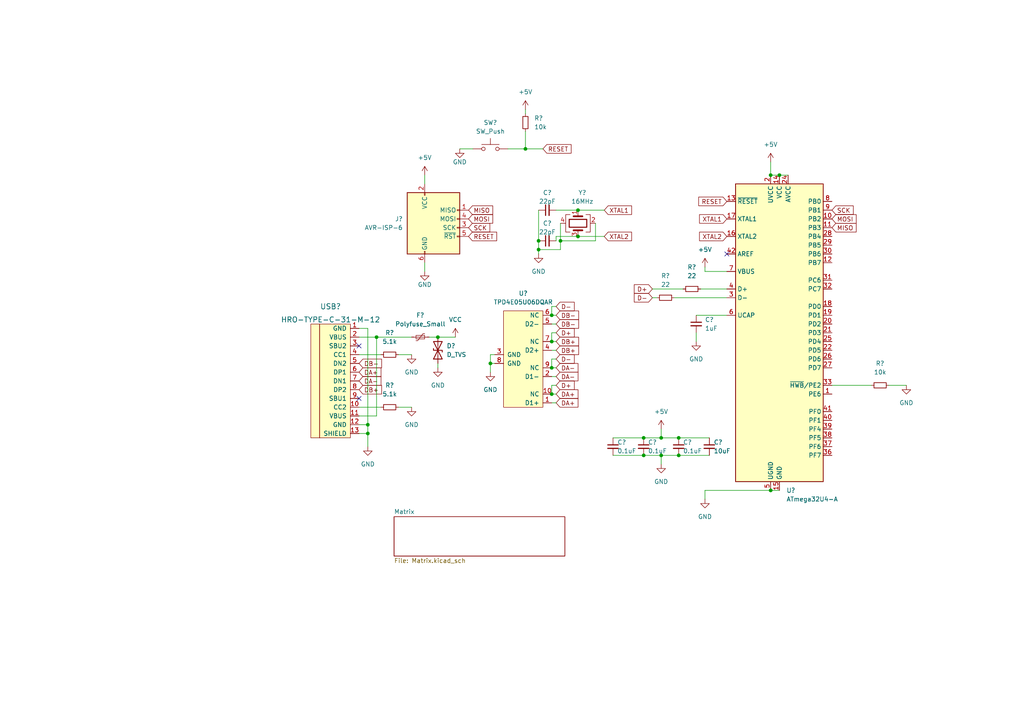
<source format=kicad_sch>
(kicad_sch (version 20211123) (generator eeschema)
  (paper "A4")
  (lib_symbols
    (symbol "Connector:AVR-ISP-6" (pin_names (offset 1.016))
      (property "Reference" "J" (at -6.35 11.43 0))
      (property "Value" "AVR-ISP-6" (at 0 11.43 0))
      (symbol "AVR-ISP-6_0_1"
        (rectangle (start -2.667 -6.858) (end -2.413 -7.62))
        (rectangle (start -2.667 10.16) (end -2.413 9.398))
        (rectangle (start 7.62 -2.413) (end 6.858 -2.667))
        (rectangle (start 7.62 0.127) (end 6.858 -0.127))
        (rectangle (start 7.62 2.667) (end 6.858 2.413))
        (rectangle (start 7.62 5.207) (end 6.858 4.953))
        (rectangle (start 7.62 10.16) (end -7.62 -7.62) (stroke (width 0.254)) (fill (type background)))
      )
      (symbol "AVR-ISP-6_1_1"
        (pin passive line (at 10.16 5.08 180) (length 2.54) (name "MISO") (number "1"))
        (pin passive line (at -2.54 12.7 270) (length 2.54) (name "VCC") (number "2"))
        (pin passive line (at 10.16 0 180) (length 2.54) (name "SCK") (number "3"))
        (pin passive line (at 10.16 2.54 180) (length 2.54) (name "MOSI") (number "4"))
        (pin passive line (at 10.16 -2.54 180) (length 2.54) (name "~{RST}") (number "5"))
        (pin passive line (at -2.54 -10.16 90) (length 2.54) (name "GND") (number "6"))
      )
    )
    (symbol "Device:C_Small" (pin_numbers hide) (pin_names (offset 0.254) hide)
      (property "Reference" "C" (at 0.254 1.778 0))
      (property "Value" "C_Small" (at 0.254 -2.032 0))
      (symbol "C_Small_0_1"
        (polyline (pts (xy -1.524 -0.508) (xy 1.524 -0.508)) (stroke (width 0.3302)))
        (polyline (pts (xy -1.524 0.508) (xy 1.524 0.508)) (stroke (width 0.3048)))
      )
      (symbol "C_Small_1_1"
        (pin passive line (at 0 2.54 270) (length 2.032) (name "~") (number "1"))
        (pin passive line (at 0 -2.54 90) (length 2.032) (name "~") (number "2"))
      )
    )
    (symbol "Device:Crystal_GND24" (pin_names (offset 1.016) hide)
      (property "Reference" "Y" (at 3.175 5.08 0))
      (property "Value" "Crystal_GND24" (at 3.175 3.175 0))
      (symbol "Crystal_GND24_0_1"
        (rectangle (start -1.143 2.54) (end 1.143 -2.54) (stroke (width 0.3048)))
        (polyline (pts (xy -2.54 0) (xy -2.032 0)))
        (polyline (pts (xy -2.032 -1.27) (xy -2.032 1.27)) (stroke (width 0.508)))
        (polyline (pts (xy 0 -3.81) (xy 0 -3.556)))
        (polyline (pts (xy 0 3.556) (xy 0 3.81)))
        (polyline (pts (xy 2.032 -1.27) (xy 2.032 1.27)) (stroke (width 0.508)))
        (polyline (pts (xy 2.032 0) (xy 2.54 0)))
        (polyline (pts (xy -2.54 -2.286) (xy -2.54 -3.556) (xy 2.54 -3.556) (xy 2.54 -2.286)))
        (polyline (pts (xy -2.54 2.286) (xy -2.54 3.556) (xy 2.54 3.556) (xy 2.54 2.286)))
      )
      (symbol "Crystal_GND24_1_1"
        (pin passive line (at -3.81 0 0) (length 1.27) (name "1") (number "1"))
        (pin passive line (at 0 5.08 270) (length 1.27) (name "2") (number "2"))
        (pin passive line (at 3.81 0 180) (length 1.27) (name "3") (number "3"))
        (pin passive line (at 0 -5.08 90) (length 1.27) (name "4") (number "4"))
      )
    )
    (symbol "Device:D_TVS" (pin_numbers hide) (pin_names (offset 1.016) hide)
      (property "Reference" "D" (at 0 2.54 0))
      (property "Value" "D_TVS" (at 0 -2.54 0))
      (symbol "D_TVS_0_1"
        (polyline (pts (xy 1.27 0) (xy -1.27 0)))
        (polyline (pts (xy 0.508 1.27) (xy 0 1.27) (xy 0 -1.27) (xy -0.508 -1.27)) (stroke (width 0.254)))
        (polyline (pts (xy -2.54 1.27) (xy -2.54 -1.27) (xy 2.54 1.27) (xy 2.54 -1.27) (xy -2.54 1.27)) (stroke (width 0.254)))
      )
      (symbol "D_TVS_1_1"
        (pin passive line (at -3.81 0 0) (length 2.54) (name "A1") (number "1"))
        (pin passive line (at 3.81 0 180) (length 2.54) (name "A2") (number "2"))
      )
    )
    (symbol "Device:Polyfuse_Small" (pin_numbers hide) (pin_names (offset 0))
      (property "Reference" "F" (at -1.905 0 90))
      (property "Value" "Polyfuse_Small" (at 1.905 0 90))
      (symbol "Polyfuse_Small_0_1"
        (rectangle (start -0.508 1.27) (end 0.508 -1.27))
        (polyline (pts (xy 0 2.54) (xy 0 -2.54)))
        (polyline (pts (xy -1.016 1.27) (xy -1.016 0.762) (xy 1.016 -0.762) (xy 1.016 -1.27)))
      )
      (symbol "Polyfuse_Small_1_1"
        (pin passive line (at 0 2.54 270) (length 0.635) (name "~") (number "1"))
        (pin passive line (at 0 -2.54 90) (length 0.635) (name "~") (number "2"))
      )
    )
    (symbol "Device:R_Small" (pin_numbers hide) (pin_names (offset 0.254) hide)
      (property "Reference" "R" (at 0.762 0.508 0))
      (property "Value" "R_Small" (at 0.762 -1.016 0))
      (symbol "R_Small_0_1"
        (rectangle (start -0.762 1.778) (end 0.762 -1.778) (stroke (width 0.2032)))
      )
      (symbol "R_Small_1_1"
        (pin passive line (at 0 2.54 270) (length 0.762) (name "~") (number "1"))
        (pin passive line (at 0 -2.54 90) (length 0.762) (name "~") (number "2"))
      )
    )
    (symbol "MCU_Microchip_ATmega:ATmega32U4-A"
      (property "Reference" "U" (at -12.7 44.45 0))
      (property "Value" "ATmega32U4-A" (at 2.54 -44.45 0))
      (symbol "ATmega32U4-A_0_1"
        (rectangle (start -12.7 -43.18) (end 12.7 43.18) (stroke (width 0.254)) (fill (type background)))
      )
      (symbol "ATmega32U4-A_1_1"
        (pin bidirectional line (at 15.24 -17.78 180) (length 2.54) (name "PE6") (number "1"))
        (pin bidirectional line (at 15.24 33.02 180) (length 2.54) (name "PB2") (number "10"))
        (pin bidirectional line (at 15.24 30.48 180) (length 2.54) (name "PB3") (number "11"))
        (pin bidirectional line (at 15.24 20.32 180) (length 2.54) (name "PB7") (number "12"))
        (pin input line (at -15.24 38.1 0) (length 2.54) (name "~{RESET}") (number "13"))
        (pin power_in line (at 0 45.72 270) (length 2.54) (name "VCC") (number "14"))
        (pin power_in line (at 0 -45.72 90) (length 2.54) (name "GND") (number "15"))
        (pin output line (at -15.24 27.94 0) (length 2.54) (name "XTAL2") (number "16"))
        (pin input line (at -15.24 33.02 0) (length 2.54) (name "XTAL1") (number "17"))
        (pin bidirectional line (at 15.24 7.62 180) (length 2.54) (name "PD0") (number "18"))
        (pin bidirectional line (at 15.24 5.08 180) (length 2.54) (name "PD1") (number "19"))
        (pin power_in line (at -2.54 45.72 270) (length 2.54) (name "UVCC") (number "2"))
        (pin bidirectional line (at 15.24 2.54 180) (length 2.54) (name "PD2") (number "20"))
        (pin bidirectional line (at 15.24 0 180) (length 2.54) (name "PD3") (number "21"))
        (pin bidirectional line (at 15.24 -5.08 180) (length 2.54) (name "PD5") (number "22"))
        (pin passive line (at 0 -45.72 90) (length 2.54) hide (name "GND") (number "23"))
        (pin power_in line (at 2.54 45.72 270) (length 2.54) (name "AVCC") (number "24"))
        (pin bidirectional line (at 15.24 -2.54 180) (length 2.54) (name "PD4") (number "25"))
        (pin bidirectional line (at 15.24 -7.62 180) (length 2.54) (name "PD6") (number "26"))
        (pin bidirectional line (at 15.24 -10.16 180) (length 2.54) (name "PD7") (number "27"))
        (pin bidirectional line (at 15.24 27.94 180) (length 2.54) (name "PB4") (number "28"))
        (pin bidirectional line (at 15.24 25.4 180) (length 2.54) (name "PB5") (number "29"))
        (pin bidirectional line (at -15.24 10.16 0) (length 2.54) (name "D-") (number "3"))
        (pin bidirectional line (at 15.24 22.86 180) (length 2.54) (name "PB6") (number "30"))
        (pin bidirectional line (at 15.24 15.24 180) (length 2.54) (name "PC6") (number "31"))
        (pin bidirectional line (at 15.24 12.7 180) (length 2.54) (name "PC7") (number "32"))
        (pin bidirectional line (at 15.24 -15.24 180) (length 2.54) (name "~{HWB}/PE2") (number "33"))
        (pin passive line (at 0 45.72 270) (length 2.54) hide (name "VCC") (number "34"))
        (pin passive line (at 0 -45.72 90) (length 2.54) hide (name "GND") (number "35"))
        (pin bidirectional line (at 15.24 -35.56 180) (length 2.54) (name "PF7") (number "36"))
        (pin bidirectional line (at 15.24 -33.02 180) (length 2.54) (name "PF6") (number "37"))
        (pin bidirectional line (at 15.24 -30.48 180) (length 2.54) (name "PF5") (number "38"))
        (pin bidirectional line (at 15.24 -27.94 180) (length 2.54) (name "PF4") (number "39"))
        (pin bidirectional line (at -15.24 12.7 0) (length 2.54) (name "D+") (number "4"))
        (pin bidirectional line (at 15.24 -25.4 180) (length 2.54) (name "PF1") (number "40"))
        (pin bidirectional line (at 15.24 -22.86 180) (length 2.54) (name "PF0") (number "41"))
        (pin passive line (at -15.24 22.86 0) (length 2.54) (name "AREF") (number "42"))
        (pin passive line (at 0 -45.72 90) (length 2.54) hide (name "GND") (number "43"))
        (pin passive line (at 2.54 45.72 270) (length 2.54) hide (name "AVCC") (number "44"))
        (pin passive line (at -2.54 -45.72 90) (length 2.54) (name "UGND") (number "5"))
        (pin passive line (at -15.24 5.08 0) (length 2.54) (name "UCAP") (number "6"))
        (pin input line (at -15.24 17.78 0) (length 2.54) (name "VBUS") (number "7"))
        (pin bidirectional line (at 15.24 38.1 180) (length 2.54) (name "PB0") (number "8"))
        (pin bidirectional line (at 15.24 35.56 180) (length 2.54) (name "PB1") (number "9"))
      )
    )
    (symbol "Switch:SW_Push" (pin_numbers hide) (pin_names (offset 1.016) hide)
      (property "Reference" "SW" (at 1.27 2.54 0))
      (property "Value" "SW_Push" (at 0 -1.524 0))
      (symbol "SW_Push_0_1"
        (circle (center -2.032 0) (radius 0.508))
        (polyline (pts (xy 0 1.27) (xy 0 3.048)))
        (polyline (pts (xy 2.54 1.27) (xy -2.54 1.27)))
        (circle (center 2.032 0) (radius 0.508))
        (pin passive line (at -5.08 0 0) (length 2.54) (name "1") (number "1"))
        (pin passive line (at 5.08 0 180) (length 2.54) (name "2") (number "2"))
      )
    )
    (symbol "Type-C:HRO-TYPE-C-31-M-12" (pin_names (offset 1.016))
      (property "Reference" "USB" (at -5.08 16.51 0))
      (property "Value" "HRO-TYPE-C-31-M-12" (at -10.16 -1.27 90))
      (symbol "HRO-TYPE-C-31-M-12_0_1"
        (rectangle (start -11.43 15.24) (end -8.89 -17.78) (fill (type background)))
        (rectangle (start 0 -17.78) (end -8.89 15.24) (fill (type background)))
      )
      (symbol "HRO-TYPE-C-31-M-12_1_1"
        (pin input line (at 2.54 13.97 180) (length 2.54) (name "GND") (number "1"))
        (pin input line (at 2.54 -8.89 180) (length 2.54) (name "CC2") (number "10"))
        (pin input line (at 2.54 -11.43 180) (length 2.54) (name "VBUS") (number "11"))
        (pin input line (at 2.54 -13.97 180) (length 2.54) (name "GND") (number "12"))
        (pin input line (at 2.54 -16.51 180) (length 2.54) (name "SHIELD") (number "13"))
        (pin input line (at 2.54 11.43 180) (length 2.54) (name "VBUS") (number "2"))
        (pin input line (at 2.54 8.89 180) (length 2.54) (name "SBU2") (number "3"))
        (pin input line (at 2.54 6.35 180) (length 2.54) (name "CC1") (number "4"))
        (pin input line (at 2.54 3.81 180) (length 2.54) (name "DN2") (number "5"))
        (pin input line (at 2.54 1.27 180) (length 2.54) (name "DP1") (number "6"))
        (pin input line (at 2.54 -1.27 180) (length 2.54) (name "DN1") (number "7"))
        (pin input line (at 2.54 -3.81 180) (length 2.54) (name "DP2") (number "8"))
        (pin input line (at 2.54 -6.35 180) (length 2.54) (name "SBU1") (number "9"))
      )
    )
    (symbol "power:+5V" (power) (pin_names (offset 0))
      (property "Value" "+5V" (at 0 3.556 0))
      (symbol "+5V_0_1"
        (polyline (pts (xy -0.762 1.27) (xy 0 2.54)))
        (polyline (pts (xy 0 0) (xy 0 2.54)))
        (polyline (pts (xy 0 2.54) (xy 0.762 1.27)))
      )
      (symbol "+5V_1_1"
        (pin power_in line (at 0 0 90) (length 0) hide (name "+5V") (number "1"))
      )
    )
    (symbol "power:GND" (power) (pin_names (offset 0))
      (property "Value" "GND" (at 0 -3.81 0))
      (symbol "GND_0_1"
        (polyline (pts (xy 0 0) (xy 0 -1.27) (xy 1.27 -1.27) (xy 0 -2.54) (xy -1.27 -1.27) (xy 0 -1.27)))
      )
      (symbol "GND_1_1"
        (pin power_in line (at 0 0 270) (length 0) hide (name "GND") (number "1"))
      )
    )
    (symbol "power:VCC" (power) (pin_names (offset 0))
      (property "Value" "VCC" (at 0 3.81 0))
      (symbol "VCC_0_1"
        (polyline (pts (xy -0.762 1.27) (xy 0 2.54)))
        (polyline (pts (xy 0 0) (xy 0 2.54)))
        (polyline (pts (xy 0 2.54) (xy 0.762 1.27)))
      )
      (symbol "VCC_1_1"
        (pin power_in line (at 0 0 90) (length 0) hide (name "VCC") (number "1"))
      )
    )
    (symbol "random-keyboard-parts:TPD4E05U06DQAR" (pin_names (offset 1.016))
      (property "Reference" "U" (at 0 -16.51 0))
      (property "Value" "TPD4E05U06DQAR" (at 0 16.51 0))
      (symbol "TPD4E05U06DQAR_0_1"
        (rectangle (start -6.35 13.97) (end 5.08 -13.97) (fill (type background)))
      )
      (symbol "TPD4E05U06DQAR_1_1"
        (pin passive line (at -8.89 12.7 0) (length 2.54) (name "D1+") (number "1"))
        (pin passive line (at -8.89 10.16 0) (length 2.54) (name "NC") (number "10"))
        (pin passive line (at -8.89 5.08 0) (length 2.54) (name "D1-") (number "2"))
        (pin passive line (at 7.62 -1.27 180) (length 2.54) (name "GND") (number "3"))
        (pin passive line (at -8.89 -2.54 0) (length 2.54) (name "D2+") (number "4"))
        (pin passive line (at -8.89 -10.16 0) (length 2.54) (name "D2-") (number "5"))
        (pin passive line (at -8.89 -12.7 0) (length 2.54) (name "NC") (number "6"))
        (pin passive line (at -8.89 -5.08 0) (length 2.54) (name "NC") (number "7"))
        (pin passive line (at 7.62 1.27 180) (length 2.54) (name "GND") (number "8"))
        (pin passive line (at -8.89 2.54 0) (length 2.54) (name "NC") (number "9"))
      )
    )
  )
  (junction (at 226.06 50.8))
  (junction (at 109.22 97.79))
  (junction (at 156.21 69.85))
  (junction (at 186.69 132.08))
  (junction (at 127 97.79))
  (junction (at 152.4 43.18))
  (junction (at 186.69 127))
  (junction (at 160.02 99.06))
  (junction (at 223.52 50.8))
  (junction (at 160.02 106.68))
  (junction (at 191.77 132.08))
  (junction (at 162.56 69.85))
  (junction (at 142.24 105.41))
  (junction (at 223.52 142.24))
  (junction (at 196.85 132.08))
  (junction (at 160.02 91.44))
  (junction (at 160.02 114.3))
  (junction (at 106.68 125.73))
  (junction (at 191.77 127))
  (junction (at 156.21 72.39))
  (junction (at 167.64 68.58))
  (junction (at 106.68 123.19))
  (junction (at 167.64 60.96))
  (junction (at 196.85 127))
  (no_connect (at 104.14 115.57))
  (no_connect (at 104.14 100.33))
  (no_connect (at 210.82 73.66))
  (wire (pts (xy 123.19 76.2) (xy 123.19 78.74)))
  (wire (pts (xy 161.29 96.52) (xy 160.02 96.52)))
  (wire (pts (xy 167.64 60.96) (xy 175.26 60.96)))
  (wire (pts (xy 124.46 97.79) (xy 127 97.79)))
  (wire (pts (xy 156.21 73.66) (xy 156.21 72.39)))
  (wire (pts (xy 160.02 104.14) (xy 160.02 106.68)))
  (wire (pts (xy 186.69 132.08) (xy 191.77 132.08)))
  (wire (pts (xy 127 105.41) (xy 127 106.68)))
  (wire (pts (xy 226.06 50.8) (xy 228.6 50.8)))
  (wire (pts (xy 204.47 78.74) (xy 210.82 78.74)))
  (wire (pts (xy 106.68 123.19) (xy 106.68 125.73)))
  (wire (pts (xy 223.52 50.8) (xy 226.06 50.8)))
  (wire (pts (xy 152.4 31.75) (xy 152.4 33.02)))
  (wire (pts (xy 115.57 102.87) (xy 119.38 102.87)))
  (wire (pts (xy 257.81 111.76) (xy 262.89 111.76)))
  (wire (pts (xy 241.3 111.76) (xy 252.73 111.76)))
  (wire (pts (xy 191.77 127) (xy 196.85 127)))
  (wire (pts (xy 172.72 64.77) (xy 172.72 69.85)))
  (wire (pts (xy 204.47 77.47) (xy 204.47 78.74)))
  (wire (pts (xy 191.77 124.46) (xy 191.77 127)))
  (wire (pts (xy 167.64 68.58) (xy 175.26 68.58)))
  (wire (pts (xy 203.2 83.82) (xy 210.82 83.82)))
  (wire (pts (xy 161.29 101.6) (xy 160.02 101.6)))
  (wire (pts (xy 147.32 43.18) (xy 152.4 43.18)))
  (wire (pts (xy 123.19 50.8) (xy 123.19 53.34)))
  (wire (pts (xy 162.56 64.77) (xy 162.56 69.85)))
  (wire (pts (xy 104.14 120.65) (xy 109.22 120.65)))
  (wire (pts (xy 104.14 123.19) (xy 106.68 123.19)))
  (wire (pts (xy 109.22 120.65) (xy 109.22 97.79)))
  (wire (pts (xy 156.21 69.85) (xy 156.21 72.39)))
  (wire (pts (xy 156.21 72.39) (xy 162.56 72.39)))
  (wire (pts (xy 162.56 69.85) (xy 172.72 69.85)))
  (wire (pts (xy 152.4 38.1) (xy 152.4 43.18)))
  (wire (pts (xy 177.8 127) (xy 186.69 127)))
  (wire (pts (xy 223.52 46.99) (xy 223.52 50.8)))
  (wire (pts (xy 191.77 132.08) (xy 191.77 134.62)))
  (wire (pts (xy 161.29 68.58) (xy 161.29 69.85)))
  (wire (pts (xy 191.77 132.08) (xy 196.85 132.08)))
  (wire (pts (xy 104.14 102.87) (xy 110.49 102.87)))
  (wire (pts (xy 161.29 60.96) (xy 167.64 60.96)))
  (wire (pts (xy 152.4 43.18) (xy 157.48 43.18)))
  (wire (pts (xy 104.14 95.25) (xy 106.68 95.25)))
  (wire (pts (xy 223.52 142.24) (xy 204.47 142.24)))
  (wire (pts (xy 189.23 86.36) (xy 190.5 86.36)))
  (wire (pts (xy 142.24 105.41) (xy 142.24 107.95)))
  (wire (pts (xy 115.57 118.11) (xy 119.38 118.11)))
  (wire (pts (xy 160.02 111.76) (xy 160.02 114.3)))
  (wire (pts (xy 133.35 43.18) (xy 137.16 43.18)))
  (wire (pts (xy 109.22 97.79) (xy 119.38 97.79)))
  (wire (pts (xy 127 97.79) (xy 132.08 97.79)))
  (wire (pts (xy 161.29 91.44) (xy 160.02 91.44)))
  (wire (pts (xy 161.29 109.22) (xy 160.02 109.22)))
  (wire (pts (xy 223.52 142.24) (xy 226.06 142.24)))
  (wire (pts (xy 106.68 95.25) (xy 106.68 123.19)))
  (wire (pts (xy 106.68 125.73) (xy 106.68 129.54)))
  (wire (pts (xy 161.29 116.84) (xy 160.02 116.84)))
  (wire (pts (xy 160.02 88.9) (xy 160.02 91.44)))
  (wire (pts (xy 161.29 68.58) (xy 167.64 68.58)))
  (wire (pts (xy 195.58 86.36) (xy 210.82 86.36)))
  (wire (pts (xy 162.56 72.39) (xy 162.56 69.85)))
  (wire (pts (xy 189.23 83.82) (xy 198.12 83.82)))
  (wire (pts (xy 142.24 102.87) (xy 142.24 105.41)))
  (wire (pts (xy 196.85 132.08) (xy 205.74 132.08)))
  (wire (pts (xy 161.29 88.9) (xy 160.02 88.9)))
  (wire (pts (xy 204.47 142.24) (xy 204.47 144.78)))
  (wire (pts (xy 156.21 60.96) (xy 156.21 69.85)))
  (wire (pts (xy 196.85 127) (xy 205.74 127)))
  (wire (pts (xy 161.29 114.3) (xy 160.02 114.3)))
  (wire (pts (xy 143.51 105.41) (xy 142.24 105.41)))
  (wire (pts (xy 177.8 132.08) (xy 186.69 132.08)))
  (wire (pts (xy 201.93 91.44) (xy 210.82 91.44)))
  (wire (pts (xy 104.14 118.11) (xy 110.49 118.11)))
  (wire (pts (xy 161.29 93.98) (xy 160.02 93.98)))
  (wire (pts (xy 201.93 96.52) (xy 201.93 99.06)))
  (wire (pts (xy 161.29 111.76) (xy 160.02 111.76)))
  (wire (pts (xy 104.14 97.79) (xy 109.22 97.79)))
  (wire (pts (xy 161.29 104.14) (xy 160.02 104.14)))
  (wire (pts (xy 161.29 106.68) (xy 160.02 106.68)))
  (wire (pts (xy 161.29 99.06) (xy 160.02 99.06)))
  (wire (pts (xy 186.69 127) (xy 191.77 127)))
  (wire (pts (xy 143.51 102.87) (xy 142.24 102.87)))
  (wire (pts (xy 160.02 96.52) (xy 160.02 99.06)))
  (wire (pts (xy 104.14 125.73) (xy 106.68 125.73)))
  (global_label "DB+" (shape input) (at 104.14 113.03 0) (property "Intersheet References" "${INTERSHEET_REFS}" (effects hide)))
  (global_label "RESET" (shape input) (at 157.48 43.18 0) (property "Intersheet References" "${INTERSHEET_REFS}" (effects hide)))
  (global_label "XTAL1" (shape input) (at 175.26 60.96 0) (property "Intersheet References" "${INTERSHEET_REFS}" (effects hide)))
  (global_label "DA+" (shape input) (at 161.29 114.3 0) (property "Intersheet References" "${INTERSHEET_REFS}" (effects hide)))
  (global_label "D-" (shape input) (at 189.23 86.36 180) (property "Intersheet References" "${INTERSHEET_REFS}" (effects hide)))
  (global_label "SCK" (shape input) (at 241.3 60.96 0) (property "Intersheet References" "${INTERSHEET_REFS}" (effects hide)))
  (global_label "RESET" (shape input) (at 135.89 68.58 0) (property "Intersheet References" "${INTERSHEET_REFS}" (effects hide)))
  (global_label "XTAL2" (shape input) (at 210.82 68.58 180) (property "Intersheet References" "${INTERSHEET_REFS}" (effects hide)))
  (global_label "MISO" (shape input) (at 241.3 66.04 0) (property "Intersheet References" "${INTERSHEET_REFS}" (effects hide)))
  (global_label "DA-" (shape input) (at 104.14 110.49 0) (property "Intersheet References" "${INTERSHEET_REFS}" (effects hide)))
  (global_label "DA+" (shape input) (at 104.14 107.95 0) (property "Intersheet References" "${INTERSHEET_REFS}" (effects hide)))
  (global_label "D-" (shape input) (at 161.29 88.9 0) (property "Intersheet References" "${INTERSHEET_REFS}" (effects hide)))
  (global_label "SCK" (shape input) (at 135.89 66.04 0) (property "Intersheet References" "${INTERSHEET_REFS}" (effects hide)))
  (global_label "DB+" (shape input) (at 161.29 99.06 0) (property "Intersheet References" "${INTERSHEET_REFS}" (effects hide)))
  (global_label "DA+" (shape input) (at 161.29 116.84 0) (property "Intersheet References" "${INTERSHEET_REFS}" (effects hide)))
  (global_label "XTAL2" (shape input) (at 175.26 68.58 0) (property "Intersheet References" "${INTERSHEET_REFS}" (effects hide)))
  (global_label "D+" (shape input) (at 189.23 83.82 180) (property "Intersheet References" "${INTERSHEET_REFS}" (effects hide)))
  (global_label "DB+" (shape input) (at 161.29 101.6 0) (property "Intersheet References" "${INTERSHEET_REFS}" (effects hide)))
  (global_label "D+" (shape input) (at 161.29 111.76 0) (property "Intersheet References" "${INTERSHEET_REFS}" (effects hide)))
  (global_label "DB-" (shape input) (at 104.14 105.41 0) (property "Intersheet References" "${INTERSHEET_REFS}" (effects hide)))
  (global_label "DB-" (shape input) (at 161.29 93.98 0) (property "Intersheet References" "${INTERSHEET_REFS}" (effects hide)))
  (global_label "DA-" (shape input) (at 161.29 106.68 0) (property "Intersheet References" "${INTERSHEET_REFS}" (effects hide)))
  (global_label "D+" (shape input) (at 161.29 96.52 0) (property "Intersheet References" "${INTERSHEET_REFS}" (effects hide)))
  (global_label "XTAL1" (shape input) (at 210.82 63.5 180) (property "Intersheet References" "${INTERSHEET_REFS}" (effects hide)))
  (global_label "RESET" (shape input) (at 210.82 58.42 180) (property "Intersheet References" "${INTERSHEET_REFS}" (effects hide)))
  (global_label "D-" (shape input) (at 161.29 104.14 0) (property "Intersheet References" "${INTERSHEET_REFS}" (effects hide)))
  (global_label "MOSI" (shape input) (at 135.89 63.5 0) (property "Intersheet References" "${INTERSHEET_REFS}" (effects hide)))
  (global_label "MOSI" (shape input) (at 241.3 63.5 0) (property "Intersheet References" "${INTERSHEET_REFS}" (effects hide)))
  (global_label "MISO" (shape input) (at 135.89 60.96 0) (property "Intersheet References" "${INTERSHEET_REFS}" (effects hide)))
  (global_label "DB-" (shape input) (at 161.29 91.44 0) (property "Intersheet References" "${INTERSHEET_REFS}" (effects hide)))
  (global_label "DA-" (shape input) (at 161.29 109.22 0) (property "Intersheet References" "${INTERSHEET_REFS}" (effects hide)))
  (symbol (lib_id "power:GND") (at 127 106.68 0) (unit 1)
    (property "Reference" "#PWR?" (effects hide))
    (property "Value" "GND" (at 127 111.76 0))
  )
  (symbol (lib_id "power:+5V") (at 123.19 50.8 0) (unit 1)
    (property "Reference" "#PWR?" (effects hide))
    (property "Value" "+5V" (at 123.19 45.72 0))
  )
  (symbol (lib_id "Device:R_Small") (at 255.27 111.76 90) (unit 1)
    (property "Reference" "R?" (at 255.27 105.41 90))
    (property "Value" "10k" (at 255.27 107.95 90))
  )
  (symbol (lib_id "power:+5V") (at 223.52 46.99 0) (unit 1)
    (property "Reference" "#PWR?" (effects hide))
    (property "Value" "+5V" (at 223.52 41.91 0))
  )
  (symbol (lib_id "power:GND") (at 106.68 129.54 0) (unit 1)
    (property "Reference" "#PWR?" (effects hide))
    (property "Value" "GND" (at 106.68 134.62 0))
  )
  (symbol (lib_id "Device:C_Small") (at 196.85 129.54 0) (unit 1)
    (property "Reference" "C?" (at 198.12 128.27 0) (effects (justify left)))
    (property "Value" "0.1uF" (at 198.12 130.81 0) (effects (justify left)))
  )
  (symbol (lib_id "power:GND") (at 119.38 102.87 0) (unit 1)
    (property "Reference" "#PWR?" (effects hide))
    (property "Value" "GND" (at 119.38 107.95 0))
  )
  (symbol (lib_id "Device:C_Small") (at 201.93 93.98 0) (unit 1)
    (property "Reference" "C?" (at 204.47 92.7162 0) (effects (justify left)))
    (property "Value" "1uF" (at 204.47 95.2562 0) (effects (justify left)))
  )
  (symbol (lib_id "Switch:SW_Push") (at 142.24 43.18 0) (unit 1)
    (property "Reference" "SW?" (at 142.24 35.56 0))
    (property "Value" "SW_Push" (at 142.24 38.1 0))
  )
  (symbol (lib_id "Type-C:HRO-TYPE-C-31-M-12") (at 101.6 109.22 0) (unit 1)
    (property "Reference" "USB?" (at 95.885 88.9 0) (effects (font (size 1.524 1.524))))
    (property "Value" "HRO-TYPE-C-31-M-12" (at 95.885 92.71 0) (effects (font (size 1.524 1.524))))
  )
  (symbol (lib_id "power:GND") (at 156.21 73.66 0) (unit 1)
    (property "Reference" "#PWR?" (effects hide))
    (property "Value" "GND" (at 156.21 78.74 0))
  )
  (symbol (lib_id "Device:C_Small") (at 158.75 60.96 90) (unit 1)
    (property "Reference" "C?" (at 158.75 55.88 90))
    (property "Value" "22pF" (at 158.75 58.42 90))
  )
  (symbol (lib_id "power:+5V") (at 191.77 124.46 0) (unit 1)
    (property "Reference" "#PWR?" (effects hide))
    (property "Value" "+5V" (at 191.77 119.38 0))
  )
  (symbol (lib_id "Device:R_Small") (at 193.04 86.36 90) (unit 1)
    (property "Reference" "R?" (at 193.04 80.01 90))
    (property "Value" "22" (at 193.04 82.55 90))
  )
  (symbol (lib_id "power:GND") (at 119.38 118.11 0) (unit 1)
    (property "Reference" "#PWR?" (effects hide))
    (property "Value" "GND" (at 119.38 123.19 0))
  )
  (symbol (lib_id "Device:R_Small") (at 152.4 35.56 0) (unit 1)
    (property "Reference" "R?" (at 154.94 34.2899 0) (effects (justify left)))
    (property "Value" "10k" (at 154.94 36.8299 0) (effects (justify left)))
  )
  (symbol (lib_id "power:+5V") (at 204.47 77.47 0) (unit 1)
    (property "Reference" "#PWR?" (effects hide))
    (property "Value" "+5V" (at 204.47 72.39 0))
  )
  (symbol (lib_id "power:GND") (at 262.89 111.76 0) (unit 1)
    (property "Reference" "#PWR?" (effects hide))
    (property "Value" "GND" (at 262.89 116.84 0))
  )
  (symbol (lib_id "Device:Polyfuse_Small") (at 121.92 97.79 90) (unit 1)
    (property "Reference" "F?" (at 121.92 91.44 90))
    (property "Value" "Polyfuse_Small" (at 121.92 93.98 90))
  )
  (symbol (lib_id "Device:C_Small") (at 158.75 69.85 90) (unit 1)
    (property "Reference" "C?" (at 158.75 64.77 90))
    (property "Value" "22pF" (at 158.75 67.31 90))
  )
  (symbol (lib_id "Device:R_Small") (at 200.66 83.82 90) (unit 1)
    (property "Reference" "R?" (at 200.66 77.47 90))
    (property "Value" "22" (at 200.66 80.01 90))
  )
  (symbol (lib_id "Device:C_Small") (at 205.74 129.54 0) (unit 1)
    (property "Reference" "C?" (at 207.01 128.27 0) (effects (justify left)))
    (property "Value" "10uF" (at 207.01 130.81 0) (effects (justify left)))
  )
  (symbol (lib_id "power:VCC") (at 132.08 97.79 0) (unit 1)
    (property "Reference" "#PWR?" (effects hide))
    (property "Value" "VCC" (at 132.08 92.71 0))
  )
  (symbol (lib_id "MCU_Microchip_ATmega:ATmega32U4-A") (at 226.06 96.52 0) (unit 1)
    (property "Reference" "U?" (at 228.0794 142.24 0) (effects (justify left)))
    (property "Value" "ATmega32U4-A" (at 228.0794 144.78 0) (effects (justify left)))
    (property "Footprint" "Package_QFP:TQFP-44_10x10mm_P0.8mm" (effects hide))
    (property "Datasheet" "http://ww1.microchip.com/downloads/en/DeviceDoc/Atmel-7766-8-bit-AVR-ATmega16U4-32U4_Datasheet.pdf" (effects hide))
  )
  (symbol (lib_id "power:GND") (at 191.77 134.62 0) (unit 1)
    (property "Reference" "#PWR?" (effects hide))
    (property "Value" "GND" (at 191.77 139.7 0))
  )
  (symbol (lib_id "Connector:AVR-ISP-6") (at 125.73 66.04 0) (unit 1)
    (property "Reference" "J?" (at 116.84 63.4999 0) (effects (justify right)))
    (property "Value" "AVR-ISP-6" (at 116.84 66.0399 0) (effects (justify right)))
    (property "Datasheet" " ~" (effects hide))
  )
  (symbol (lib_id "power:GND") (at 133.35 43.18 0) (unit 1)
    (property "Reference" "#PWR?" (effects hide))
    (property "Value" "GND" (at 133.35 46.99 0))
  )
  (symbol (lib_id "power:GND") (at 142.24 107.95 0) (unit 1)
    (property "Reference" "#PWR?" (effects hide))
    (property "Value" "GND" (at 142.24 113.03 0))
  )
  (symbol (lib_id "Device:R_Small") (at 113.03 102.87 90) (unit 1)
    (property "Reference" "R?" (at 113.03 96.52 90))
    (property "Value" "5.1k" (at 113.03 99.06 90))
  )
  (symbol (lib_id "Device:C_Small") (at 186.69 129.54 0) (unit 1)
    (property "Reference" "C?" (at 187.96 128.27 0) (effects (justify left)))
    (property "Value" "0.1uF" (at 187.96 130.81 0) (effects (justify left)))
  )
  (symbol (lib_id "random-keyboard-parts:TPD4E05U06DQAR") (at 151.13 104.14 180) (unit 1)
    (property "Reference" "U?" (at 151.765 85.09 0))
    (property "Value" "TPD4E05U06DQAR" (at 151.765 87.63 0))
  )
  (symbol (lib_id "Device:D_TVS") (at 127 101.6 90) (unit 1)
    (property "Reference" "D?" (at 129.54 100.3299 90) (effects (justify right)))
    (property "Value" "D_TVS" (at 129.54 102.8699 90) (effects (justify right)))
  )
  (symbol (lib_id "power:+5V") (at 152.4 31.75 0) (unit 1)
    (property "Reference" "#PWR?" (effects hide))
    (property "Value" "+5V" (at 152.4 26.67 0))
  )
  (symbol (lib_id "Device:Crystal_GND24") (at 167.64 64.77 270) (unit 1)
    (property "Reference" "Y?" (at 168.91 55.88 90))
    (property "Value" "16MHz" (at 168.91 58.42 90))
  )
  (symbol (lib_id "Device:R_Small") (at 113.03 118.11 90) (unit 1)
    (property "Reference" "R?" (at 113.03 111.76 90))
    (property "Value" "5.1k" (at 113.03 114.3 90))
  )
  (symbol (lib_id "Device:C_Small") (at 177.8 129.54 0) (unit 1)
    (property "Reference" "C?" (at 179.07 128.27 0) (effects (justify left)))
    (property "Value" "0.1uF" (at 179.07 130.81 0) (effects (justify left)))
  )
  (symbol (lib_id "power:GND") (at 204.47 144.78 0) (unit 1)
    (property "Reference" "#PWR?" (effects hide))
    (property "Value" "GND" (at 204.47 149.86 0))
  )
  (symbol (lib_id "power:GND") (at 123.19 78.74 0) (unit 1)
    (property "Reference" "#PWR?" (effects hide))
    (property "Value" "GND" (at 123.19 82.55 0))
  )
  (symbol (lib_id "power:GND") (at 201.93 99.06 0) (unit 1)
    (property "Reference" "#PWR?" (effects hide))
    (property "Value" "GND" (at 201.93 104.14 0))
  )
  (sheet (at 114.3 149.86) (size 49.53 11.43) (stroke (width 0.1524))
    (property "Sheet name" "Matrix" (at 114.3 149.1484 0) (effects (justify left bottom)))
    (property "Sheet file" "Matrix.kicad_sch" (at 114.3 161.8746 0) (effects (justify left top)))
  )
)
</source>
